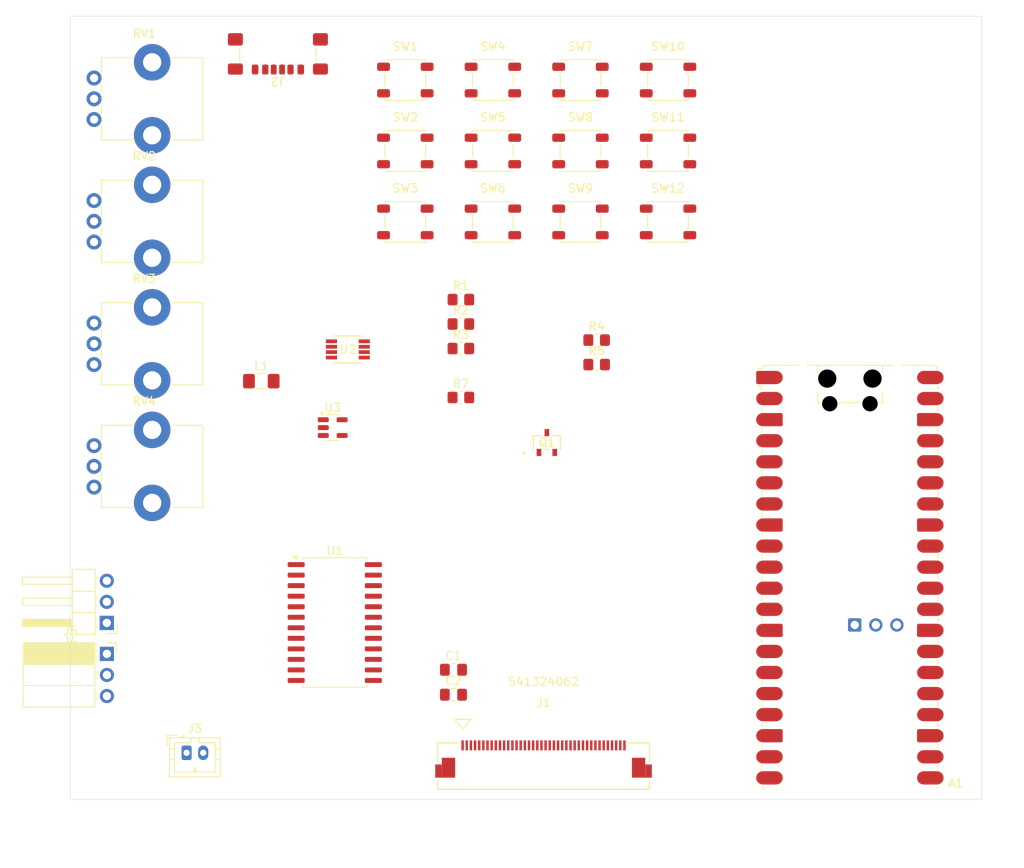
<source format=kicad_pcb>
(kicad_pcb (version 20241229) (generator "pcbnew") (generator_version "9.0")
  (layers (0 "F.Cu" signal) (2 "B.Cu" signal) (13 "F.Paste" user) (15 "B.Paste" user) (5 "F.SilkS" user "F.Silkscreen") (7 "B.SilkS" user "B.Silkscreen") (1 "F.Mask" user) (3 "B.Mask" user) (25 "Edge.Cuts" user))
  (net 0 "")
  (net 1 "Display_D1")
  (net 2 "GND")
  (net 3 "UART0_RX")
  (net 4 "Display_RST")
  (net 5 "Vsys")
  (net 6 "Analog_SW_D1")
  (net 7 "Display_D6")
  (net 8 "KEY_COL_1")
  (net 9 "AGND")
  (net 10 "KEY_ROW_1")
  (net 11 "KEY_ROW_2")
  (net 12 "KEY_COL_3")
  (net 13 "KEY_ROW_3")
  (net 14 "Vbus")
  (net 15 "Display_D3")
  (net 16 "SWIO")
  (net 17 "Backlight_PWM")
  (net 18 "Display_D0")
  (net 19 "Display_D4")
  (net 20 "UART0_TX")
  (net 21 "Display_WR")
  (net 22 "ADC0")
  (net 23 "Net-(A1-GPIO27_ADC1)")
  (net 24 "Display_D5")
  (net 25 "KEY_ROW_4")
  (net 26 "ADC_VREF")
  (net 27 "Display_D2")
  (net 28 "Display_DC")
  (net 29 "BATT_STAT")
  (net 32 "KEY_COL_2")
  (net 33 "Analog_SW_D0")
  (net 34 "+3.3V")
  (net 40 "SWCK")
  (net 41 "Display_D7")
  (net 42 "Net-(Q1-D)")
  (net 47 "Net-(J2-VBUS-PadA9)")
  (net 50 "Net-(U1-I0)")
  (net 51 "Net-(U1-I2)")
  (net 52 "Net-(U1-I1)")
  (net 53 "Net-(U1-I3)")
  (net 54 "Net-(U3-PROG)")
  (net 55 "BATT")
  (footprint "Inductor_SMD:L_1206_3216Metric_Pad1.42x1.75mm_HandSolder" (layer "F.Cu") (at 97 86.6)
    (property "Reference" "L1" (at 0 -1.83 0) (layer "F.SilkS"))
    (property "Value" "74279218")
    (pad "1" smd roundrect (at -1.4875 0) (size 1.425 1.75) (layers "F.Cu" "F.Mask" "F.Paste") (roundrect_rratio 0.175439) (net 47 "Net-(J2-VBUS-PadA9)"))
    (pad "2" smd roundrect (at 1.4875 0) (size 1.425 1.75) (layers "F.Cu" "F.Mask" "F.Paste") (roundrect_rratio 0.175439) (net 14 "Vbus"))
  )
  (footprint "Button_Switch_SMD:SW_SPST_PTS647_Sx38" (layer "F.Cu") (at 146 50.3)
    (property "Reference" "SW10" (at 0 -4.05 0) (layer "F.SilkS"))
    (property "Value" "PTS647SM38SMTR2 LFS")
    (pad "1" smd roundrect (at -2.625 -1.6) (size 1.55 1) (layers "F.Cu" "F.Mask" "F.Paste") (net 12 "KEY_COL_3"))
    (pad "1" smd roundrect (at 2.625 -1.6) (size 1.55 1) (layers "F.Cu" "F.Mask" "F.Paste") (net 12 "KEY_COL_3"))
    (pad "2" smd roundrect (at -2.625 1.6) (size 1.55 1) (layers "F.Cu" "F.Mask" "F.Paste") (net 11 "KEY_ROW_2"))
    (pad "2" smd roundrect (at 2.625 1.6) (size 1.55 1) (layers "F.Cu" "F.Mask" "F.Paste") (net 11 "KEY_ROW_2"))
  )
  (footprint "ptv09:Potentiometer_Bourns_PTV09A-1_Single_Vertical" (layer "F.Cu") (at 76.85 84.6)
    (property "Reference" "RV3" (at 6.05 -10.35 0) (layer "F.SilkS"))
    (property "Value" "PTV09A-4015F-B104‎")
    (pad "1" thru_hole circle (at 0 0) (size 1.8 1.8) (drill 1) (layers "*.Cu" "*.Mask") (net 26 "ADC_VREF"))
    (pad "2" thru_hole circle (at 0 -2.5) (size 1.8 1.8) (drill 1) (layers "*.Cu" "*.Mask") (net 51 "Net-(U1-I2)"))
    (pad "3" thru_hole circle (at 0 -5) (size 1.8 1.8) (drill 1) (layers "*.Cu" "*.Mask") (net 9 "AGND"))
    (pad "MP" thru_hole circle (at 7 -6.9) (size 4.4 4.4) (drill 2.2) (layers "*.Cu" "*.Mask") (net 9 "AGND"))
    (pad "MP" thru_hole circle (at 7 1.9) (size 4.4 4.4) (drill 2.2) (layers "*.Cu" "*.Mask") (net 9 "AGND"))
  )
  (footprint "Button_Switch_SMD:SW_SPST_PTS647_Sx38" (layer "F.Cu") (at 114.35 50.3)
    (property "Reference" "SW1" (at 0 -4.05 0) (layer "F.SilkS"))
    (property "Value" "PTS647SM38SMTR2 LFS")
    (pad "1" smd roundrect (at -2.625 -1.6) (size 1.55 1) (layers "F.Cu" "F.Mask" "F.Paste") (net 8 "KEY_COL_1"))
    (pad "1" smd roundrect (at 2.625 -1.6) (size 1.55 1) (layers "F.Cu" "F.Mask" "F.Paste") (net 8 "KEY_COL_1"))
    (pad "2" smd roundrect (at -2.625 1.6) (size 1.55 1) (layers "F.Cu" "F.Mask" "F.Paste") (net 10 "KEY_ROW_1"))
    (pad "2" smd roundrect (at 2.625 1.6) (size 1.55 1) (layers "F.Cu" "F.Mask" "F.Paste") (net 10 "KEY_ROW_1"))
  )
  (footprint "Connector_PinSocket_2.54mm:PinSocket_1x03_P2.54mm_Horizontal" (layer "F.Cu") (at 78.4 119.475)
    (property "Reference" "J5" (at -4.38 -2.77 0) (layer "F.SilkS"))
    (property "Value" "Pin socket 2.54 1x03")
    (pad "1" thru_hole rect (at 0 0) (size 1.7 1.7) (drill 1) (layers "*.Cu" "*.Mask") (net 20 "UART0_TX"))
    (pad "2" thru_hole circle (at 0 2.54) (size 1.7 1.7) (drill 1) (layers "*.Cu" "*.Mask") (net 2 "GND"))
    (pad "3" thru_hole circle (at 0 5.08) (size 1.7 1.7) (drill 1) (layers "*.Cu" "*.Mask") (net 3 "UART0_RX"))
  )
  (footprint "Resistor_SMD:R_0805_2012Metric_Pad1.20x1.40mm_HandSolder" (layer "F.Cu") (at 121.0425 79.715)
    (property "Reference" "R2" (at 0 -1.65 0) (layer "F.SilkS"))
    (property "Value" "2K")
    (pad "1" smd roundrect (at -1 0) (size 1.2 1.4) (layers "F.Cu" "F.Mask" "F.Paste") (roundrect_rratio 0.208333) (net 2 "GND"))
    (pad "2" smd roundrect (at 1 0) (size 1.2 1.4) (layers "F.Cu" "F.Mask" "F.Paste") (roundrect_rratio 0.208333) (net 54 "Net-(U3-PROG)"))
  )
  (footprint "ptv09:Potentiometer_Bourns_PTV09A-1_Single_Vertical" (layer "F.Cu") (at 76.85 69.83)
    (property "Reference" "RV2" (at 6.05 -10.35 0) (layer "F.SilkS"))
    (property "Value" "PTV09A-4015F-B104‎")
    (pad "1" thru_hole circle (at 0 0) (size 1.8 1.8) (drill 1) (layers "*.Cu" "*.Mask") (net 26 "ADC_VREF"))
    (pad "2" thru_hole circle (at 0 -2.5) (size 1.8 1.8) (drill 1) (layers "*.Cu" "*.Mask") (net 52 "Net-(U1-I1)"))
    (pad "3" thru_hole circle (at 0 -5) (size 1.8 1.8) (drill 1) (layers "*.Cu" "*.Mask") (net 9 "AGND"))
    (pad "MP" thru_hole circle (at 7 -6.9) (size 4.4 4.4) (drill 2.2) (layers "*.Cu" "*.Mask") (net 9 "AGND"))
    (pad "MP" thru_hole circle (at 7 1.9) (size 4.4 4.4) (drill 2.2) (layers "*.Cu" "*.Mask") (net 9 "AGND"))
  )
  (footprint "Capacitor_SMD:C_0805_2012Metric_Pad1.18x1.45mm_HandSolder" (layer "F.Cu") (at 120.15 121.385)
    (property "Reference" "C1" (at 0 -1.68 0) (layer "F.SilkS"))
    (property "Value" "10u")
    (pad "1" smd roundrect (at -1.0375 0) (size 1.175 1.45) (layers "F.Cu" "F.Mask" "F.Paste") (roundrect_rratio 0.212766) (net 14 "Vbus"))
    (pad "2" smd roundrect (at 1.0375 0) (size 1.175 1.45) (layers "F.Cu" "F.Mask" "F.Paste") (roundrect_rratio 0.212766) (net 2 "GND"))
  )
  (footprint "Connector_PinHeader_2.54mm:PinHeader_1x03_P2.54mm_Horizontal" (layer "F.Cu") (at 78.385 115.74 180)
    (property "Reference" "J4" (at 4.385 -2.27 0) (layer "F.SilkS"))
    (property "Value" "Pin header 2.54 1x03")
    (pad "1" thru_hole rect (at 0 0 180) (size 1.7 1.7) (drill 1) (layers "*.Cu" "*.Mask") (net 40 "SWCK"))
    (pad "2" thru_hole circle (at 0 2.54 180) (size 1.7 1.7) (drill 1) (layers "*.Cu" "*.Mask") (net 2 "GND"))
    (pad "3" thru_hole circle (at 0 5.08 180) (size 1.7 1.7) (drill 1) (layers "*.Cu" "*.Mask") (net 16 "SWIO"))
  )
  (footprint "Button_Switch_SMD:SW_SPST_PTS647_Sx38" (layer "F.Cu") (at 135.45 67.4)
    (property "Reference" "SW9" (at 0 -4.05 0) (layer "F.SilkS"))
    (property "Value" "PTS647SM38SMTR2 LFS")
    (pad "1" smd roundrect (at -2.625 -1.6) (size 1.55 1) (layers "F.Cu" "F.Mask" "F.Paste") (net 12 "KEY_COL_3"))
    (pad "1" smd roundrect (at 2.625 -1.6) (size 1.55 1) (layers "F.Cu" "F.Mask" "F.Paste") (net 12 "KEY_COL_3"))
    (pad "2" smd roundrect (at -2.625 1.6) (size 1.55 1) (layers "F.Cu" "F.Mask" "F.Paste") (net 10 "KEY_ROW_1"))
    (pad "2" smd roundrect (at 2.625 1.6) (size 1.55 1) (layers "F.Cu" "F.Mask" "F.Paste") (net 10 "KEY_ROW_1"))
  )
  (footprint "ptv09:Potentiometer_Bourns_PTV09A-1_Single_Vertical" (layer "F.Cu") (at 76.85 99.37)
    (property "Reference" "RV4" (at 6.05 -10.35 0) (layer "F.SilkS"))
    (property "Value" "PTV09A-4015F-B104‎")
    (pad "1" thru_hole circle (at 0 0) (size 1.8 1.8) (drill 1) (layers "*.Cu" "*.Mask") (net 26 "ADC_VREF"))
    (pad "2" thru_hole circle (at 0 -2.5) (size 1.8 1.8) (drill 1) (layers "*.Cu" "*.Mask") (net 53 "Net-(U1-I3)"))
    (pad "3" thru_hole circle (at 0 -5) (size 1.8 1.8) (drill 1) (layers "*.Cu" "*.Mask") (net 9 "AGND"))
    (pad "MP" thru_hole circle (at 7 -6.9) (size 4.4 4.4) (drill 2.2) (layers "*.Cu" "*.Mask") (net 9 "AGND"))
    (pad "MP" thru_hole circle (at 7 1.9) (size 4.4 4.4) (drill 2.2) (layers "*.Cu" "*.Mask") (net 9 "AGND"))
  )
  (footprint "Package_SO:SOIC-24W_7.5x15.4mm_P1.27mm" (layer "F.Cu") (at 105.85 115.695)
    (property "Reference" "U1" (at 0 -8.65 0) (layer "F.SilkS"))
    (property "Value" "CD74HC4067M96")
    (pad "1" smd roundrect (at -4.65 -6.985) (size 2.05 0.6) (layers "F.Cu" "F.Mask" "F.Paste") (net 22 "ADC0"))
    (pad "2" smd roundrect (at -4.65 -5.715) (size 2.05 0.6) (layers "F.Cu" "F.Mask" "F.Paste") (net 2 "GND"))
    (pad "3" smd roundrect (at -4.65 -4.445) (size 2.05 0.6) (layers "F.Cu" "F.Mask" "F.Paste") (net 2 "GND"))
    (pad "4" smd roundrect (at -4.65 -3.175) (size 2.05 0.6) (layers "F.Cu" "F.Mask" "F.Paste") (net 2 "GND"))
    (pad "5" smd roundrect (at -4.65 -1.905) (size 2.05 0.6) (layers "F.Cu" "F.Mask" "F.Paste") (net 2 "GND"))
    (pad "6" smd roundrect (at -4.65 -0.635) (size 2.05 0.6) (layers "F.Cu" "F.Mask" "F.Paste") (net 53 "Net-(U1-I3)"))
    (pad "7" smd roundrect (at -4.65 0.635) (size 2.05 0.6) (layers "F.Cu" "F.Mask" "F.Paste") (net 51 "Net-(U1-I2)"))
    (pad "8" smd roundrect (at -4.65 1.905) (size 2.05 0.6) (layers "F.Cu" "F.Mask" "F.Paste") (net 52 "Net-(U1-I1)"))
    (pad "9" smd roundrect (at -4.65 3.175) (size 2.05 0.6) (layers "F.Cu" "F.Mask" "F.Paste") (net 50 "Net-(U1-I0)"))
    (pad "10" smd roundrect (at -4.65 4.445) (size 2.05 0.6) (layers "F.Cu" "F.Mask" "F.Paste") (net 33 "Analog_SW_D0"))
    (pad "11" smd roundrect (at -4.65 5.715) (size 2.05 0.6) (layers "F.Cu" "F.Mask" "F.Paste") (net 6 "Analog_SW_D1"))
    (pad "12" smd roundrect (at -4.65 6.985) (size 2.05 0.6) (layers "F.Cu" "F.Mask" "F.Paste") (net 2 "GND"))
    (pad "13" smd roundrect (at 4.65 6.985) (size 2.05 0.6) (layers "F.Cu" "F.Mask" "F.Paste") (net 2 "GND"))
    (pad "14" smd roundrect (at 4.65 5.715) (size 2.05 0.6) (layers "F.Cu" "F.Mask" "F.Paste") (net 2 "GND"))
    (pad "15" smd roundrect (at 4.65 4.445) (size 2.05 0.6) (layers "F.Cu" "F.Mask" "F.Paste") (net 2 "GND"))
    (pad "16" smd roundrect (at 4.65 3.175) (size 2.05 0.6) (layers "F.Cu" "F.Mask" "F.Paste") (net 2 "GND"))
    (pad "17" smd roundrect (at 4.65 1.905) (size 2.05 0.6) (layers "F.Cu" "F.Mask" "F.Paste") (net 2 "GND"))
    (pad "18" smd roundrect (at 4.65 0.635) (size 2.05 0.6) (layers "F.Cu" "F.Mask" "F.Paste") (net 2 "GND"))
    (pad "19" smd roundrect (at 4.65 -0.635) (size 2.05 0.6) (layers "F.Cu" "F.Mask" "F.Paste") (net 2 "GND"))
    (pad "20" smd roundrect (at 4.65 -1.905) (size 2.05 0.6) (layers "F.Cu" "F.Mask" "F.Paste") (net 2 "GND"))
    (pad "21" smd roundrect (at 4.65 -3.175) (size 2.05 0.6) (layers "F.Cu" "F.Mask" "F.Paste") (net 2 "GND"))
    (pad "22" smd roundrect (at 4.65 -4.445) (size 2.05 0.6) (layers "F.Cu" "F.Mask" "F.Paste") (net 2 "GND"))
    (pad "23" smd roundrect (at 4.65 -5.715) (size 2.05 0.6) (layers "F.Cu" "F.Mask" "F.Paste") (net 2 "GND"))
    (pad "24" smd roundrect (at 4.65 -6.985) (size 2.05 0.6) (layers "F.Cu" "F.Mask" "F.Paste") (net 34 "+3.3V"))
  )
  (footprint "Button_Switch_SMD:SW_SPST_PTS647_Sx38" (layer "F.Cu") (at 124.9 58.85)
    (property "Reference" "SW5" (at 0 -4.05 0) (layer "F.SilkS"))
    (property "Value" "PTS647SM38SMTR2 LFS")
    (pad "1" smd roundrect (at -2.625 -1.6) (size 1.55 1) (layers "F.Cu" "F.Mask" "F.Paste") (net 32 "KEY_COL_2"))
    (pad "1" smd roundrect (at 2.625 -1.6) (size 1.55 1) (layers "F.Cu" "F.Mask" "F.Paste") (net 32 "KEY_COL_2"))
    (pad "2" smd roundrect (at -2.625 1.6) (size 1.55 1) (layers "F.Cu" "F.Mask" "F.Paste") (net 10 "KEY_ROW_1"))
    (pad "2" smd roundrect (at 2.625 1.6) (size 1.55 1) (layers "F.Cu" "F.Mask" "F.Paste") (net 10 "KEY_ROW_1"))
  )
  (footprint "ptv09:Potentiometer_Bourns_PTV09A-1_Single_Vertical" (layer "F.Cu") (at 76.85 55.06)
    (property "Reference" "RV1" (at 6.05 -10.35 0) (layer "F.SilkS"))
    (property "Value" "PTV09A-4015F-B104‎")
    (pad "1" thru_hole circle (at 0 0) (size 1.8 1.8) (drill 1) (layers "*.Cu" "*.Mask") (net 26 "ADC_VREF"))
    (pad "2" thru_hole circle (at 0 -2.5) (size 1.8 1.8) (drill 1) (layers "*.Cu" "*.Mask") (net 50 "Net-(U1-I0)"))
    (pad "3" thru_hole circle (at 0 -5) (size 1.8 1.8) (drill 1) (layers "*.Cu" "*.Mask") (net 9 "AGND"))
    (pad "MP" thru_hole circle (at 7 -6.9) (size 4.4 4.4) (drill 2.2) (layers "*.Cu" "*.Mask") (net 9 "AGND"))
    (pad "MP" thru_hole circle (at 7 1.9) (size 4.4 4.4) (drill 2.2) (layers "*.Cu" "*.Mask") (net 9 "AGND"))
  )
  (footprint "Button_Switch_SMD:SW_SPST_PTS647_Sx38" (layer "F.Cu") (at 135.45 58.85)
    (property "Reference" "SW8" (at 0 -4.05 0) (layer "F.SilkS"))
    (property "Value" "PTS647SM38SMTR2 LFS")
    (pad "1" smd roundrect (at -2.625 -1.6) (size 1.55 1) (layers "F.Cu" "F.Mask" "F.Paste") (net 32 "KEY_COL_2"))
    (pad "1" smd roundrect (at 2.625 -1.6) (size 1.55 1) (layers "F.Cu" "F.Mask" "F.Paste") (net 32 "KEY_COL_2"))
    (pad "2" smd roundrect (at -2.625 1.6) (size 1.55 1) (layers "F.Cu" "F.Mask" "F.Paste") (net 25 "KEY_ROW_4"))
    (pad "2" smd roundrect (at 2.625 1.6) (size 1.55 1) (layers "F.Cu" "F.Mask" "F.Paste") (net 25 "KEY_ROW_4"))
  )
  (footprint "Connector_JST:JST_PH_B2B-PH-K_1x02_P2.00mm_Vertical" (layer "F.Cu") (at 88 131.4)
    (property "Reference" "J3" (at 1 -2.9 0) (layer "F.SilkS"))
    (property "Value" "B2B-PH-K-S")
    (pad "1" thru_hole roundrect (at 0 0) (size 1.2 1.75) (drill 0.75) (layers "*.Cu" "*.Mask") (roundrect_rratio 0.208333) (net 55 "BATT"))
    (pad "2" thru_hole oval (at 2 0) (size 1.2 1.75) (drill 0.75) (layers "*.Cu" "*.Mask") (net 2 "GND"))
  )
  (footprint "ZXM64P03XTA:SOIC8_ZXM64P03X_DIO" (layer "F.Cu") (at 107.425 82.774999)
    (property "Reference" "U2" (at 0 0 0) (layer "F.SilkS"))
    (property "Value" "ZXM64P03XTA")
    (pad "1" smd rect (at -1.975 -0.974999) (size 1.3462 0.4572) (layers "F.Cu" "F.Mask" "F.Paste") (net 55 "BATT"))
    (pad "2" smd rect (at -1.975 -0.325001) (size 1.3462 0.4572) (layers "F.Cu" "F.Mask" "F.Paste") (net 55 "BATT"))
    (pad "3" smd rect (at -1.975 0.325001) (size 1.3462 0.4572) (layers "F.Cu" "F.Mask" "F.Paste") (net 55 "BATT"))
    (pad "4" smd rect (at -1.975 0.974999) (size 1.3462 0.4572) (layers "F.Cu" "F.Mask" "F.Paste") (net 14 "Vbus"))
    (pad "5" smd rect (at 1.975 0.974999) (size 1.3462 0.4572) (layers "F.Cu" "F.Mask" "F.Paste") (net 5 "Vsys"))
    (pad "6" smd rect (at 1.975 0.325001) (size 1.3462 0.4572) (layers "F.Cu" "F.Mask" "F.Paste") (net 5 "Vsys"))
    (pad "7" smd rect (at 1.975 -0.325001) (size 1.3462 0.4572) (layers "F.Cu" "F.Mask" "F.Paste") (net 5 "Vsys"))
    (pad "8" smd rect (at 1.975 -0.974999) (size 1.3462 0.4572) (layers "F.Cu" "F.Mask" "F.Paste") (net 5 "Vsys"))
  )
  (footprint "Package_TO_SOT_SMD:SOT-23-5" (layer "F.Cu") (at 105.6 92.2)
    (property "Reference" "U3" (at 0 -2.4 0) (layer "F.SilkS"))
    (property "Value" "MCP73831T-2ACI/OT")
    (pad "1" smd roundrect (at -1.1375 -0.95) (size 1.325 0.6) (layers "F.Cu" "F.Mask" "F.Paste") (net 29 "BATT_STAT"))
    (pad "2" smd roundrect (at -1.1375 0) (size 1.325 0.6) (layers "F.Cu" "F.Mask" "F.Paste") (net 2 "GND"))
    (pad "3" smd roundrect (at -1.1375 0.95) (size 1.325 0.6) (layers "F.Cu" "F.Mask" "F.Paste") (net 55 "BATT"))
    (pad "4" smd roundrect (at 1.1375 0.95) (size 1.325 0.6) (layers "F.Cu" "F.Mask" "F.Paste") (net 14 "Vbus"))
    (pad "5" smd roundrect (at 1.1375 -0.95) (size 1.325 0.6) (layers "F.Cu" "F.Mask" "F.Paste") (net 54 "Net-(U3-PROG)"))
  )
  (footprint "Button_Switch_SMD:SW_SPST_PTS647_Sx38" (layer "F.Cu") (at 124.9 50.3)
    (property "Reference" "SW4" (at 0 -4.05 0) (layer "F.SilkS"))
    (property "Value" "PTS647SM38SMTR2 LFS")
    (pad "1" smd roundrect (at -2.625 -1.6) (size 1.55 1) (layers "F.Cu" "F.Mask" "F.Paste") (net 8 "KEY_COL_1"))
    (pad "1" smd roundrect (at 2.625 -1.6) (size 1.55 1) (layers "F.Cu" "F.Mask" "F.Paste") (net 8 "KEY_COL_1"))
    (pad "2" smd roundrect (at -2.625 1.6) (size 1.55 1) (layers "F.Cu" "F.Mask" "F.Paste") (net 25 "KEY_ROW_4"))
    (pad "2" smd roundrect (at 2.625 1.6) (size 1.55 1) (layers "F.Cu" "F.Mask" "F.Paste") (net 25 "KEY_ROW_4"))
  )
  (footprint "Capacitor_SMD:C_0805_2012Metric_Pad1.18x1.45mm_HandSolder" (layer "F.Cu") (at 120.15 124.395)
    (property "Reference" "C2" (at 0 -1.68 0) (layer "F.SilkS"))
    (property "Value" "10u")
    (pad "1" smd roundrect (at -1.0375 0) (size 1.175 1.45) (layers "F.Cu" "F.Mask" "F.Paste") (roundrect_rratio 0.212766) (net 55 "BATT"))
    (pad "2" smd roundrect (at 1.0375 0) (size 1.175 1.45) (layers "F.Cu" "F.Mask" "F.Paste") (roundrect_rratio 0.212766) (net 2 "GND"))
  )
  (footprint "Button_Switch_SMD:SW_SPST_PTS647_Sx38" (layer "F.Cu") (at 135.45 50.3)
    (property "Reference" "SW7" (at 0 -4.05 0) (layer "F.SilkS"))
    (property "Value" "PTS647SM38SMTR2 LFS")
    (pad "1" smd roundrect (at -2.625 -1.6) (size 1.55 1) (layers "F.Cu" "F.Mask" "F.Paste") (net 32 "KEY_COL_2"))
    (pad "1" smd roundrect (at 2.625 -1.6) (size 1.55 1) (layers "F.Cu" "F.Mask" "F.Paste") (net 32 "KEY_COL_2"))
    (pad "2" smd roundrect (at -2.625 1.6) (size 1.55 1) (layers "F.Cu" "F.Mask" "F.Paste") (net 13 "KEY_ROW_3"))
    (pad "2" smd roundrect (at 2.625 1.6) (size 1.55 1) (layers "F.Cu" "F.Mask" "F.Paste") (net 13 "KEY_ROW_3"))
  )
  (footprint "Resistor_SMD:R_0805_2012Metric_Pad1.20x1.40mm_HandSolder" (layer "F.Cu") (at 121.0425 82.665)
    (property "Reference" "R3" (at 0 -1.65 0) (layer "F.SilkS"))
    (property "Value" "10K")
    (pad "1" smd roundrect (at -1 0) (size 1.2 1.4) (layers "F.Cu" "F.Mask" "F.Paste") (roundrect_rratio 0.208333) (net 17 "Backlight_PWM"))
    (pad "2" smd roundrect (at 1 0) (size 1.2 1.4) (layers "F.Cu" "F.Mask" "F.Paste") (roundrect_rratio 0.208333) (net 2 "GND"))
  )
  (footprint "Button_Switch_SMD:SW_SPST_PTS647_Sx38" (layer "F.Cu") (at 146 58.85)
    (property "Reference" "SW11" (at 0 -4.05 0) (layer "F.SilkS"))
    (property "Value" "PTS647SM38SMTR2 LFS")
    (pad "1" smd roundrect (at -2.625 -1.6) (size 1.55 1) (layers "F.Cu" "F.Mask" "F.Paste") (net 12 "KEY_COL_3"))
    (pad "1" smd roundrect (at 2.625 -1.6) (size 1.55 1) (layers "F.Cu" "F.Mask" "F.Paste") (net 12 "KEY_COL_3"))
    (pad "2" smd roundrect (at -2.625 1.6) (size 1.55 1) (layers "F.Cu" "F.Mask" "F.Paste") (net 13 "KEY_ROW_3"))
    (pad "2" smd roundrect (at 2.625 1.6) (size 1.55 1) (layers "F.Cu" "F.Mask" "F.Paste") (net 13 "KEY_ROW_3"))
  )
  (footprint "Button_Switch_SMD:SW_SPST_PTS647_Sx38" (layer "F.Cu") (at 124.9 67.4)
    (property "Reference" "SW6" (at 0 -4.05 0) (layer "F.SilkS"))
    (property "Value" "PTS647SM38SMTR2 LFS")
    (pad "1" smd roundrect (at -2.625 -1.6) (size 1.55 1) (layers "F.Cu" "F.Mask" "F.Paste") (net 32 "KEY_COL_2"))
    (pad "1" smd roundrect (at 2.625 -1.6) (size 1.55 1) (layers "F.Cu" "F.Mask" "F.Paste") (net 32 "KEY_COL_2"))
    (pad "2" smd roundrect (at -2.625 1.6) (size 1.55 1) (layers "F.Cu" "F.Mask" "F.Paste") (net 11 "KEY_ROW_2"))
    (pad "2" smd roundrect (at 2.625 1.6) (size 1.55 1) (layers "F.Cu" "F.Mask" "F.Paste") (net 11 "KEY_ROW_2"))
  )
  (footprint "Resistor_SMD:R_0805_2012Metric_Pad1.20x1.40mm_HandSolder" (layer "F.Cu") (at 121.0425 76.765)
    (property "Reference" "R1" (at 0 -1.65 0) (layer "F.SilkS"))
    (property "Value" "10K")
    (pad "1" smd roundrect (at -1 0) (size 1.2 1.4) (layers "F.Cu" "F.Mask" "F.Paste") (roundrect_rratio 0.208333) (net 2 "GND"))
    (pad "2" smd roundrect (at 1 0) (size 1.2 1.4) (layers "F.Cu" "F.Mask" "F.Paste") (roundrect_rratio 0.208333) (net 14 "Vbus"))
  )
  (footprint "Resistor_SMD:R_0805_2012Metric_Pad1.20x1.40mm_HandSolder" (layer "F.Cu") (at 121.0425 88.565)
    (property "Reference" "R7" (at 0 -1.65 0) (layer "F.SilkS"))
    (property "Value" "0R")
    (pad "1" smd roundrect (at -1 0) (size 1.2 1.4) (layers "F.Cu" "F.Mask" "F.Paste") (roundrect_rratio 0.208333) (net 42 "Net-(Q1-D)"))
    (pad "2" smd roundrect (at 1 0) (size 1.2 1.4) (layers "F.Cu" "F.Mask" "F.Paste") (roundrect_rratio 0.208333) (net 2 "GND"))
  )
  (footprint "WM3436CT-ND‎:CON_541324062_MOL" (layer "F.Cu") (at 131 133)
    (property "Reference" "J1" (at 0 -7.62 0) (layer "F.SilkS"))
    (property "Value" "0541324062")
    (fp_poly (pts (xy -13.05 1.4016) (xy -13.05 -0.1984) (xy -12.25 -0.1984) (xy -12.25 1.4016)) (fill yes) (layer "F.Cu"))
    (fp_poly (pts (xy 13.05 1.4016) (xy 13.05 -0.1984) (xy 12.25 -0.1984) (xy 12.25 1.4016)) (fill yes) (layer "F.Cu"))
    (fp_text user "541324062" (at 0 -10.16 0) (layer "F.SilkS"))
    (pad "1" smd rect (at -9.74998 -2.497993) (size 0.3 1.2) (layers "F.Cu" "F.Mask" "F.Paste") (net 2 "GND"))
    (pad "2" smd rect (at -9.249982 -2.497993) (size 0.3 1.2) (layers "F.Cu" "F.Mask" "F.Paste"))
    (pad "3" smd rect (at -8.74998 -2.497993) (size 0.3 1.2) (layers "F.Cu" "F.Mask" "F.Paste"))
    (pad "4" smd rect (at -8.249981 -2.497993) (size 0.3 1.2) (layers "F.Cu" "F.Mask" "F.Paste"))
    (pad "5" smd rect (at -7.749982 -2.497993) (size 0.3 1.2) (layers "F.Cu" "F.Mask" "F.Paste"))
    (pad "6" smd rect (at -7.24998 -2.497993) (size 0.3 1.2) (layers "F.Cu" "F.Mask" "F.Paste") (net 2 "GND"))
    (pad "7" smd rect (at -6.749981 -2.497993) (size 0.3 1.2) (layers "F.Cu" "F.Mask" "F.Paste") (net 34 "+3.3V"))
    (pad "8" smd rect (at -6.24998 -2.497993) (size 0.3 1.2) (layers "F.Cu" "F.Mask" "F.Paste") (net 34 "+3.3V"))
    (pad "9" smd rect (at -5.749981 -2.497993) (size 0.3 1.2) (layers "F.Cu" "F.Mask" "F.Paste") (net 2 "GND"))
    (pad "10" smd rect (at -5.249982 -2.497993) (size 0.3 1.2) (layers "F.Cu" "F.Mask" "F.Paste") (net 2 "GND"))
    (pad "11" smd rect (at -4.74998 -2.497993) (size 0.3 1.2) (layers "F.Cu" "F.Mask" "F.Paste") (net 28 "Display_DC"))
    (pad "12" smd rect (at -4.249981 -2.497993) (size 0.3 1.2) (layers "F.Cu" "F.Mask" "F.Paste") (net 21 "Display_WR"))
    (pad "13" smd rect (at -3.74998 -2.497993) (size 0.3 1.2) (layers "F.Cu" "F.Mask" "F.Paste") (net 34 "+3.3V"))
    (pad "14" smd rect (at -3.249981 -2.497993) (size 0.3 1.2) (layers "F.Cu" "F.Mask" "F.Paste") (net 2 "GND"))
    (pad "15" smd rect (at -2.749982 -2.497993) (size 0.3 1.2) (layers "F.Cu" "F.Mask" "F.Paste") (net 2 "GND"))
    (pad "16" smd rect (at -2.24998 -2.497993) (size 0.3 1.2) (layers "F.Cu" "F.Mask" "F.Paste") (net 2 "GND"))
    (pad "17" smd rect (at -1.749981 -2.497993) (size 0.3 1.2) (layers "F.Cu" "F.Mask" "F.Paste") (net 2 "GND"))
    (pad "18" smd rect (at -1.24998 -2.497993) (size 0.3 1.2) (layers "F.Cu" "F.Mask" "F.Paste") (net 2 "GND"))
    (pad "19" smd rect (at -0.749981 -2.497993) (size 0.3 1.2) (layers "F.Cu" "F.Mask" "F.Paste") (net 2 "GND"))
    (pad "20" smd rect (at -0.249982 -2.497993) (size 0.3 1.2) (layers "F.Cu" "F.Mask" "F.Paste") (net 2 "GND"))
    (pad "21" smd rect (at 0.25002 -2.497993) (size 0.3 1.2) (layers "F.Cu" "F.Mask" "F.Paste") (net 2 "GND"))
    (pad "22" smd rect (at 0.750019 -2.497993) (size 0.3 1.2) (layers "F.Cu" "F.Mask" "F.Paste") (net 18 "Display_D0"))
    (pad "23" smd rect (at 1.25002 -2.497993) (size 0.3 1.2) (layers "F.Cu" "F.Mask" "F.Paste") (net 1 "Display_D1"))
    (pad "24" smd rect (at 1.750019 -2.497993) (size 0.3 1.2) (layers "F.Cu" "F.Mask" "F.Paste") (net 27 "Display_D2"))
    (pad "25" smd rect (at 2.250018 -2.497993) (size 0.3 1.2) (layers "F.Cu" "F.Mask" "F.Paste") (net 15 "Display_D3"))
    (pad "26" smd rect (at 2.75002 -2.497993) (size 0.3 1.2) (layers "F.Cu" "F.Mask" "F.Paste") (net 19 "Display_D4"))
    (pad "27" smd rect (at 3.250019 -2.497993) (size 0.3 1.2) (layers "F.Cu" "F.Mask" "F.Paste") (net 24 "Display_D5"))
    (pad "28" smd rect (at 3.75002 -2.497993) (size 0.3 1.2) (layers "F.Cu" "F.Mask" "F.Paste") (net 7 "Display_D6"))
    (pad "29" smd rect (at 4.250019 -2.497993) (size 0.3 1.2) (layers "F.Cu" "F.Mask" "F.Paste") (net 41 "Display_D7"))
    (pad "30" smd rect (at 4.750018 -2.497993) (size 0.3 1.2) (layers "F.Cu" "F.Mask" "F.Paste") (net 4 "Display_RST"))
    (pad "31" smd rect (at 5.25002 -2.497993) (size 0.3 1.2) (layers "F.Cu" "F.Mask" "F.Paste") (net 34 "+3.3V"))
    (pad "32" smd rect (at 5.750019 -2.497993) (size 0.3 1.2) (layers "F.Cu" "F.Mask" "F.Paste") (net 2 "GND"))
    (pad "33" smd rect (at 6.250021 -2.497993) (size 0.3 1.2) (layers "F.Cu" "F.Mask" "F.Paste") (net 2 "GND"))
    (pad "34" smd rect (at 6.75002 -2.497993) (size 0.3 1.2) (layers "F.Cu" "F.Mask" "F.Paste") (net 42 "Net-(Q1-D)"))
    (pad "35" smd rect (at 7.250019 -2.497993) (size 0.3 1.2) (layers "F.Cu" "F.Mask" "F.Paste") (net 42 "Net-(Q1-D)"))
    (pad "36" smd rect (at 7.75002 -2.497993) (size 0.3 1.2) (layers "F.Cu" "F.Mask" "F.Paste") (net 42 "Net-(Q1-D)"))
    (pad "37" smd rect (at 8.250019 -2.497993) (size 0.3 1.2) (layers "F.Cu" "F.Mask" "F.Paste") (net 42 "Net-(Q1-D)"))
    (pad "38" smd rect (at 8.750018 -2.497993) (size 0.3 1.2) (layers "F.Cu" "F.Mask" "F.Paste") (net 34 "+3.3V"))
    (pad "39" smd rect (at 9.25002 -2.497993) (size 0.3 1.2) (layers "F.Cu" "F.Mask" "F.Paste") (net 2 "GND"))
    (pad "40" smd rect (at 9.750019 -2.497993) (size 0.3 1.2) (layers "F.Cu" "F.Mask" "F.Paste"))
    (pad "P1" smd rect (at -11.449981 0.2016) (size 1.6 2.4) (layers "F.Cu" "F.Mask" "F.Paste") (net 2 "GND"))
    (pad "P2" smd rect (at 11.449981 0.2016) (size 1.6 2.4) (layers "F.Cu" "F.Mask" "F.Paste") (net 2 "GND"))
  )
  (footprint "Resistor_SMD:R_0805_2012Metric_Pad1.20x1.40mm_HandSolder" (layer "F.Cu") (at 137.4 81.65)
    (property "Reference" "R4" (at 0 -1.65 0) (layer "F.SilkS"))
    (property "Value" "10K")
    (pad "1" smd roundrect (at -1 0) (size 1.2 1.4) (layers "F.Cu" "F.Mask" "F.Paste") (roundrect_rratio 0.208333) (net 23 "Net-(A1-GPIO27_ADC1)"))
    (pad "2" smd roundrect (at 1 0) (size 1.2 1.4) (layers "F.Cu" "F.Mask" "F.Paste") (roundrect_rratio 0.208333) (net 55 "BATT"))
  )
  (footprint "Button_Switch_SMD:SW_SPST_PTS647_Sx38" (layer "F.Cu") (at 146 67.4)
    (property "Reference" "SW12" (at 0 -4.05 0) (layer "F.SilkS"))
    (property "Value" "PTS647SM38SMTR2 LFS")
    (pad "1" smd roundrect (at -2.625 -1.6) (size 1.55 1) (layers "F.Cu" "F.Mask" "F.Paste") (net 12 "KEY_COL_3"))
    (pad "1" smd roundrect (at 2.625 -1.6) (size 1.55 1) (layers "F.Cu" "F.Mask" "F.Paste") (net 12 "KEY_COL_3"))
    (pad "2" smd roundrect (at -2.625 1.6) (size 1.55 1) (layers "F.Cu" "F.Mask" "F.Paste") (net 25 "KEY_ROW_4"))
    (pad "2" smd roundrect (at 2.625 1.6) (size 1.55 1) (layers "F.Cu" "F.Mask" "F.Paste") (net 25 "KEY_ROW_4"))
  )
  (footprint "Connector_USB:USB_C_Receptacle_GCT_USB4135-GF-A_6P_TopMnt_Horizontal" (layer "F.Cu") (at 99 46 180)
    (property "Reference" "J2" (at 0 -4.5 180) (layer "F.SilkS"))
    (property "Value" "USB4135-GF-A")
    (pad "A5" smd roundrect (at -0.5 -3.0325 180) (size 0.7 1.2) (layers "F.Cu" "F.Mask" "F.Paste"))
    (pad "A9" smd roundrect (at 1.52 -3.0325) (size 0.76 1.2) (layers "F.Cu" "F.Mask" "F.Paste") (net 47 "Net-(J2-VBUS-PadA9)"))
    (pad "A12" smd roundrect (at 2.75 -3.0325) (size 0.8 1.2) (layers "F.Cu" "F.Mask" "F.Paste") (net 2 "GND"))
    (pad "B5" smd roundrect (at 0.5 -3.0325) (size 0.7 1.2) (layers "F.Cu" "F.Mask" "F.Paste"))
    (pad "B9" smd roundrect (at -1.52 -3.0325 180) (size 0.76 1.2) (layers "F.Cu" "F.Mask" "F.Paste") (net 47 "Net-(J2-VBUS-PadA9)"))
    (pad "B12" smd roundrect (at -2.75 -3.0325 180) (size 0.8 1.2) (layers "F.Cu" "F.Mask" "F.Paste") (net 2 "GND"))
    (pad "S1" smd roundrect (at -5.125 -2.9775 180) (size 1.8 1.35) (layers "F.Cu" "F.Mask" "F.Paste") (roundrect_rratio 0.1851851852))
    (pad "S1" smd roundrect (at -5.125 0.6025 180) (size 1.8 1.5) (layers "F.Cu" "F.Mask" "F.Paste") (roundrect_rratio 0.1666666667))
    (pad "S1" smd roundrect (at 5.125 -2.9775 180) (size 1.8 1.35) (layers "F.Cu" "F.Mask" "F.Paste") (roundrect_rratio 0.1851851852))
    (pad "S1" smd roundrect (at 5.125 0.6025 180) (size 1.8 1.5) (layers "F.Cu" "F.Mask" "F.Paste") (roundrect_rratio 0.1666666667))
  )
  (footprint "Button_Switch_SMD:SW_SPST_PTS647_Sx38" (layer "F.Cu") (at 114.35 67.4)
    (property "Reference" "SW3" (at 0 -4.05 0) (layer "F.SilkS"))
    (property "Value" "PTS647SM38SMTR2 LFS")
    (pad "1" smd roundrect (at -2.625 -1.6) (size 1.55 1) (layers "F.Cu" "F.Mask" "F.Paste") (net 8 "KEY_COL_1"))
    (pad "1" smd roundrect (at 2.625 -1.6) (size 1.55 1) (layers "F.Cu" "F.Mask" "F.Paste") (net 8 "KEY_COL_1"))
    (pad "2" smd roundrect (at -2.625 1.6) (size 1.55 1) (layers "F.Cu" "F.Mask" "F.Paste") (net 13 "KEY_ROW_3"))
    (pad "2" smd roundrect (at 2.625 1.6) (size 1.55 1) (layers "F.Cu" "F.Mask" "F.Paste") (net 13 "KEY_ROW_3"))
  )
  (footprint "BSS670S2L:PG-SOT23-3-5_INF" (layer "F.Cu") (at 131.4 94)
    (property "Reference" "Q1" (at 0 0 0) (layer "F.SilkS"))
    (property "Value" "BSS670S2LH6327XTSA1")
    (pad "1" smd rect (at -0.950001 1.1938) (size 0.5588 0.8636) (layers "F.Cu" "F.Mask" "F.Paste") (net 17 "Backlight_PWM"))
    (pad "2" smd rect (at 0.950001 1.1938) (size 0.5588 0.8636) (layers "F.Cu" "F.Mask" "F.Paste") (net 2 "GND"))
    (pad "3" smd rect (at 0 -1.1938) (size 0.5588 0.8636) (layers "F.Cu" "F.Mask" "F.Paste") (net 42 "Net-(Q1-D)"))
  )
  (footprint "Button_Switch_SMD:SW_SPST_PTS647_Sx38" (layer "F.Cu") (at 114.35 58.85)
    (property "Reference" "SW2" (at 0 -4.05 0) (layer "F.SilkS"))
    (property "Value" "PTS647SM38SMTR2 LFS")
    (pad "1" smd roundrect (at -2.625 -1.6) (size 1.55 1) (layers "F.Cu" "F.Mask" "F.Paste") (net 8 "KEY_COL_1"))
    (pad "1" smd roundrect (at 2.625 -1.6) (size 1.55 1) (layers "F.Cu" "F.Mask" "F.Paste") (net 8 "KEY_COL_1"))
    (pad "2" smd roundrect (at -2.625 1.6) (size 1.55 1) (layers "F.Cu" "F.Mask" "F.Paste") (net 11 "KEY_ROW_2"))
    (pad "2" smd roundrect (at 2.625 1.6) (size 1.55 1) (layers "F.Cu" "F.Mask" "F.Paste") (net 11 "KEY_ROW_2"))
  )
  (footprint "Module:RaspberryPi_Pico_W_SMD_HandSolder" (layer "F.Cu") (at 167.91 110.29)
    (property "Reference" "A1" (at 11.7475 24.765 0) (layer "F.SilkS") (effects (justify left)))
    (property "Value" "SC0918 RaspberryPi Pico W")
    (pad "" smd rect (at -8.89 -24.13) (size 3.8 2.2) (drill (offset -0.8 0)) (layers "F.Paste"))
    (pad "" smd rect (at -8.89 -21.59) (size 3.8 2.2) (drill (offset -0.8 0)) (layers "F.Paste"))
    (pad "" smd rect (at -8.89 -19.05) (size 3.8 2.2) (drill (offset -0.8 0)) (layers "F.Paste"))
    (pad "" smd rect (at -8.89 -16.51) (size 3.8 2.2) (drill (offset -0.8 0)) (layers "F.Paste"))
    (pad "" smd rect (at -8.89 -13.97) (size 3.8 2.2) (drill (offset -0.8 0)) (layers "F.Paste"))
    (pad "" smd rect (at -8.89 -11.43) (size 3.8 2.2) (drill (offset -0.8 0)) (layers "F.Paste"))
    (pad "" smd rect (at -8.89 -8.89) (size 3.8 2.2) (drill (offset -0.8 0)) (layers "F.Paste"))
    (pad "" smd rect (at -8.89 -6.35) (size 3.8 2.2) (drill (offset -0.8 0)) (layers "F.Paste"))
    (pad "" smd rect (at -8.89 -3.81) (size 3.8 2.2) (drill (offset -0.8 0)) (layers "F.Paste"))
    (pad "" smd rect (at -8.89 -1.27) (size 3.8 2.2) (drill (offset -0.8 0)) (layers "F.Paste"))
    (pad "" smd rect (at -8.89 1.27) (size 3.8 2.2) (drill (offset -0.8 0)) (layers "F.Paste"))
    (pad "" smd rect (at -8.89 3.81) (size 3.8 2.2) (drill (offset -0.8 0)) (layers "F.Paste"))
    (pad "" smd rect (at -8.89 6.35) (size 3.8 2.2) (drill (offset -0.8 0)) (layers "F.Paste"))
    (pad "" smd rect (at -8.89 8.89) (size 3.8 2.2) (drill (offset -0.8 0)) (layers "F.Paste"))
    (pad "" smd rect (at -8.89 11.43) (size 3.8 2.2) (drill (offset -0.8 0)) (layers "F.Paste"))
    (pad "" smd rect (at -8.89 13.97) (size 3.8 2.2) (drill (offset -0.8 0)) (layers "F.Paste"))
    (pad "" smd rect (at -8.89 16.51) (size 3.8 2.2) (drill (offset -0.8 0)) (layers "F.Paste"))
    (pad "" smd rect (at -8.89 19.05) (size 3.8 2.2) (drill (offset -0.8 0)) (layers "F.Paste"))
    (pad "" smd rect (at -8.89 21.59) (size 3.8 2.2) (drill (offset -0.8 0)) (layers "F.Paste"))
    (pad "" smd rect (at -8.89 24.13) (size 3.8 2.2) (drill (offset -0.8 0)) (layers "F.Paste"))
    (pad "" np_thru_hole circle (at -2.725 -24) (size 2.2 2.2) (drill 2.2) (layers "*.Mask"))
    (pad "" np_thru_hole circle (at -2.425 -20.97) (size 1.85 1.85) (drill 1.85) (layers "*.Mask"))
    (pad "" np_thru_hole circle (at 2.425 -20.97) (size 1.85 1.85) (drill 1.85) (layers "*.Mask"))
    (pad "" np_thru_hole circle (at 2.725 -24) (size 2.2 2.2) (drill 2.2) (layers "*.Mask"))
    (pad "" smd rect (at 8.89 -24.13) (size 3.8 2.2) (drill (offset 0.8 0)) (layers "F.Paste"))
    (pad "" smd rect (at 8.89 -21.59) (size 3.8 2.2) (drill (offset 0.8 0)) (layers "F.Paste"))
    (pad "" smd rect (at 8.89 -19.05) (size 3.8 2.2) (drill (offset 0.8 0)) (layers "F.Paste"))
    (pad "" smd rect (at 8.89 -16.51) (size 3.8 2.2) (drill (offset 0.8 0)) (layers "F.Paste"))
    (pad "" smd rect (at 8.89 -13.97) (size 3.8 2.2) (drill (offset 0.8 0)) (layers "F.Paste"))
    (pad "" smd rect (at 8.89 -11.43) (size 3.8 2.2) (drill (offset 0.8 0)) (layers "F.Paste"))
    (pad "" smd rect (at 8.89 -8.89) (size 3.8 2.2) (drill (offset 0.8 0)) (layers "F.Paste"))
    (pad "" smd rect (at 8.89 -6.35) (size 3.8 2.2) (drill (offset 0.8 0)) (layers "F.Paste"))
    (pad "" smd rect (at 8.89 -3.81) (size 3.8 2.2) (drill (offset 0.8 0)) (layers "F.Paste"))
    (pad "" smd rect (at 8.89 -1.27) (size 3.8 2.2) (drill (offset 0.8 0)) (layers "F.Paste"))
    (pad "" smd rect (at 8.89 1.27) (size 3.8 2.2) (drill (offset 0.8 0)) (layers "F.Paste"))
    (pad "" smd rect (at 8.89 3.81) (size 3.8 2.2) (drill (offset 0.8 0)) (layers "F.Paste"))
    (pad "" smd rect (at 8.89 6.35) (size 3.8 2.2) (drill (offset 0.8 0)) (layers "F.Paste"))
    (pad "" smd rect (at 8.89 8.89) (size 3.8 2.2) (drill (offset 0.8 0)) (layers "F.Paste"))
    (pad "" smd rect (at 8.89 11.43) (size 3.8 2.2) (drill (offset 0.8 0)) (layers "F.Paste"))
    (pad "" smd rect (at 8.89 13.97) (size 3.8 2.2) (drill (offset 0.8 0)) (layers "F.Paste"))
    (pad "" smd rect (at 8.89 16.51) (size 3.8 2.2) (drill (offset 0.8 0)) (layers "F.Paste"))
    (pad "" smd rect (at 8.89 19.05) (size 3.8 2.2) (drill (offset 0.8 0)) (layers "F.Paste"))
    (pad "" smd rect (at 8.89 21.59) (size 3.8 2.2) (drill (offset 0.8 0)) (layers "F.Paste"))
    (pad "" smd rect (at 8.89 24.13) (size 3.8 2.2) (drill (offset 0.8 0)) (layers "F.Paste"))
    (pad "1" smd custom (at -9.69 -24.13) (size 1.6 0.8) (layers "F.Cu" "F.Mask") (net 20 "UART0_TX") (options (clearance outline) (anchor rect)) (primitives (gr_circle (center 0.8 0) (end 1.6 0) (width 0) (fill yes)) (gr_poly (pts (xy -1.6 -0.6) (xy -1.6 0.6) (xy -1.4 0.8) (xy 0.8 0.8) (xy 0.8 -0.8) (xy -1.4 -0.8)) (width 0) (fill yes)) (gr_circle (center -1.4 -0.6) (end -1.2 -0.6) (width 0) (fill yes)) (gr_circle (center -1.4 0.6) (end -1.2 0.6) (width 0) (fill yes))))
    (pad "2" smd roundrect (at -9.69 -21.59) (size 3.2 1.6) (layers "F.Cu" "F.Mask") (roundrect_rratio 0.5) (net 3 "UART0_RX"))
    (pad "3" smd custom (at -9.69 -19.05) (size 1.6 0.8) (layers "F.Cu" "F.Mask") (net 2 "GND") (options (clearance outline) (anchor rect)) (primitives (gr_circle (center -0.8 0) (end 0 0) (width 0) (fill yes)) (gr_poly (pts (xy 1.6 -0.6) (xy 1.6 0.6) (xy 1.4 0.8) (xy -0.8 0.8) (xy -0.8 -0.8) (xy 1.4 -0.8)) (width 0) (fill yes)) (gr_circle (center 1.4 -0.6) (end 1.6 -0.6) (width 0) (fill yes)) (gr_circle (center 1.4 0.6) (end 1.6 0.6) (width 0) (fill yes))))
    (pad "4" smd roundrect (at -9.69 -16.51) (size 3.2 1.6) (layers "F.Cu" "F.Mask") (roundrect_rratio 0.5) (net 4 "Display_RST"))
    (pad "5" smd roundrect (at -9.69 -13.97) (size 3.2 1.6) (layers "F.Cu" "F.Mask") (roundrect_rratio 0.5) (net 28 "Display_DC"))
    (pad "6" smd roundrect (at -9.69 -11.43) (size 3.2 1.6) (layers "F.Cu" "F.Mask") (roundrect_rratio 0.5) (net 21 "Display_WR"))
    (pad "7" smd roundrect (at -9.69 -8.89) (size 3.2 1.6) (layers "F.Cu" "F.Mask") (roundrect_rratio 0.5) (net 17 "Backlight_PWM"))
    (pad "8" smd custom (at -9.69 -6.35) (size 1.6 0.8) (layers "F.Cu" "F.Mask") (net 2 "GND") (options (clearance outline) (anchor rect)) (primitives (gr_circle (center -0.8 0) (end 0 0) (width 0) (fill yes)) (gr_poly (pts (xy 1.6 -0.6) (xy 1.6 0.6) (xy 1.4 0.8) (xy -0.8 0.8) (xy -0.8 -0.8) (xy 1.4 -0.8)) (width 0) (fill yes)) (gr_circle (center 1.4 -0.6) (end 1.6 -0.6) (width 0) (fill yes)) (gr_circle (center 1.4 0.6) (end 1.6 0.6) (width 0) (fill yes))))
    (pad "9" smd roundrect (at -9.69 -3.81) (size 3.2 1.6) (layers "F.Cu" "F.Mask") (roundrect_rratio 0.5) (net 18 "Display_D0"))
    (pad "10" smd roundrect (at -9.69 -1.27) (size 3.2 1.6) (layers "F.Cu" "F.Mask") (roundrect_rratio 0.5) (net 1 "Display_D1"))
    (pad "11" smd roundrect (at -9.69 1.27) (size 3.2 1.6) (layers "F.Cu" "F.Mask") (roundrect_rratio 0.5) (net 27 "Display_D2"))
    (pad "12" smd roundrect (at -9.69 3.81) (size 3.2 1.6) (layers "F.Cu" "F.Mask") (roundrect_rratio 0.5) (net 15 "Display_D3"))
    (pad "13" smd custom (at -9.69 6.35) (size 1.6 0.8) (layers "F.Cu" "F.Mask") (net 2 "GND") (options (clearance outline) (anchor rect)) (primitives (gr_circle (center -0.8 0) (end 0 0) (width 0) (fill yes)) (gr_poly (pts (xy 1.6 -0.6) (xy 1.6 0.6) (xy 1.4 0.8) (xy -0.8 0.8) (xy -0.8 -0.8) (xy 1.4 -0.8)) (width 0) (fill yes)) (gr_circle (center 1.4 -0.6) (end 1.6 -0.6) (width 0) (fill yes)) (gr_circle (center 1.4 0.6) (end 1.6 0.6) (width 0) (fill yes))))
    (pad "14" smd roundrect (at -9.69 8.89) (size 3.2 1.6) (layers "F.Cu" "F.Mask") (roundrect_rratio 0.5) (net 19 "Display_D4"))
    (pad "15" smd roundrect (at -9.69 11.43) (size 3.2 1.6) (layers "F.Cu" "F.Mask") (roundrect_rratio 0.5) (net 24 "Display_D5"))
    (pad "16" smd roundrect (at -9.69 13.97) (size 3.2 1.6) (layers "F.Cu" "F.Mask") (roundrect_rratio 0.5) (net 7 "Display_D6"))
    (pad "17" smd roundrect (at -9.69 16.51) (size 3.2 1.6) (layers "F.Cu" "F.Mask") (roundrect_rratio 0.5) (net 41 "Display_D7"))
    (pad "18" smd custom (at -9.69 19.05) (size 1.6 0.8) (layers "F.Cu" "F.Mask") (net 2 "GND") (options (clearance outline) (anchor rect)) (primitives (gr_circle (center -0.8 0) (end 0 0) (width 0) (fill yes)) (gr_poly (pts (xy 1.6 -0.6) (xy 1.6 0.6) (xy 1.4 0.8) (xy -0.8 0.8) (xy -0.8 -0.8) (xy 1.4 -0.8)) (width 0) (fill yes)) (gr_circle (center 1.4 -0.6) (end 1.6 -0.6) (width 0) (fill yes)) (gr_circle (center 1.4 0.6) (end 1.6 0.6) (width 0) (fill yes))))
    (pad "19" smd roundrect (at -9.69 21.59) (size 3.2 1.6) (layers "F.Cu" "F.Mask") (roundrect_rratio 0.5) (net 33 "Analog_SW_D0"))
    (pad "20" smd roundrect (at -9.69 24.13) (size 3.2 1.6) (layers "F.Cu" "F.Mask") (roundrect_rratio 0.5) (net 6 "Analog_SW_D1"))
    (pad "21" smd roundrect (at 9.69 24.13) (size 3.2 1.6) (layers "F.Cu" "F.Mask") (roundrect_rratio 0.5) (net 8 "KEY_COL_1"))
    (pad "22" smd roundrect (at 9.69 21.59) (size 3.2 1.6) (layers "F.Cu" "F.Mask") (roundrect_rratio 0.5) (net 32 "KEY_COL_2"))
    (pad "23" smd custom (at 9.69 19.05) (size 1.6 0.8) (layers "F.Cu" "F.Mask") (net 2 "GND") (options (clearance outline) (anchor rect)) (primitives (gr_circle (center 0.8 0) (end 1.6 0) (width 0) (fill yes)) (gr_poly (pts (xy -1.6 -0.6) (xy -1.6 0.6) (xy -1.4 0.8) (xy 0.8 0.8) (xy 0.8 -0.8) (xy -1.4 -0.8)) (width 0) (fill yes)) (gr_circle (center -1.4 -0.6) (end -1.2 -0.6) (width 0) (fill yes)) (gr_circle (center -1.4 0.6) (end -1.2 0.6) (width 0) (fill yes))))
    (pad "24" smd roundrect (at 9.69 16.51) (size 3.2 1.6) (layers "F.Cu" "F.Mask") (roundrect_rratio 0.5) (net 12 "KEY_COL_3"))
    (pad "25" smd roundrect (at 9.69 13.97) (size 3.2 1.6) (layers "F.Cu" "F.Mask") (roundrect_rratio 0.5) (net 10 "KEY_ROW_1"))
    (pad "26" smd roundrect (at 9.69 11.43) (size 3.2 1.6) (layers "F.Cu" "F.Mask") (roundrect_rratio 0.5) (net 11 "KEY_ROW_2"))
    (pad "27" smd roundrect (at 9.69 8.89) (size 3.2 1.6) (layers "F.Cu" "F.Mask") (roundrect_rratio 0.5) (net 13 "KEY_ROW_3"))
    (pad "28" smd custom (at 9.69 6.35) (size 1.6 0.8) (layers "F.Cu" "F.Mask") (net 2 "GND") (options (clearance outline) (anchor rect)) (primitives (gr_circle (center 0.8 0) (end 1.6 0) (width 0) (fill yes)) (gr_poly (pts (xy -1.6 -0.6) (xy -1.6 0.6) (xy -1.4 0.8) (xy 0.8 0.8) (xy 0.8 -0.8) (xy -1.4 -0.8)) (width 0) (fill yes)) (gr_circle (center -1.4 -0.6) (end -1.2 -0.6) (width 0) (fill yes)) (gr_circle (center -1.4 0.6) (end -1.2 0.6) (width 0) (fill yes))))
    (pad "29" smd roundrect (at 9.69 3.81) (size 3.2 1.6) (layers "F.Cu" "F.Mask") (roundrect_rratio 0.5) (net 25 "KEY_ROW_4"))
    (pad "30" smd roundrect (at 9.69 1.27) (size 3.2 1.6) (layers "F.Cu" "F.Mask") (roundrect_rratio 0.5))
    (pad "31" smd roundrect (at 9.69 -1.27) (size 3.2 1.6) (layers "F.Cu" "F.Mask") (roundrect_rratio 0.5) (net 22 "ADC0"))
    (pad "32" smd roundrect (at 9.69 -3.81) (size 3.2 1.6) (layers "F.Cu" "F.Mask") (roundrect_rratio 0.5) (net 23 "Net-(A1-GPIO27_ADC1)"))
    (pad "33" smd custom (at 9.69 -6.35) (size 1.6 0.8) (layers "F.Cu" "F.Mask") (net 9 "AGND") (options (clearance outline) (anchor rect)) (primitives (gr_circle (center 0.8 0) (end 1.6 0) (width 0) (fill yes)) (gr_poly (pts (xy -1.6 -0.6) (xy -1.6 0.6) (xy -1.4 0.8) (xy 0.8 0.8) (xy 0.8 -0.8) (xy -1.4 -0.8)) (width 0) (fill yes)) (gr_circle (center -1.4 -0.6) (end -1.2 -0.6) (width 0) (fill yes)) (gr_circle (center -1.4 0.6) (end -1.2 0.6) (width 0) (fill yes))))
    (pad "34" smd roundrect (at 9.69 -8.89) (size 3.2 1.6) (layers "F.Cu" "F.Mask") (roundrect_rratio 0.5) (net 29 "BATT_STAT"))
    (pad "35" smd roundrect (at 9.69 -11.43) (size 3.2 1.6) (layers "F.Cu" "F.Mask") (roundrect_rratio 0.5) (net 26 "ADC_VREF"))
    (pad "36" smd roundrect (at 9.69 -13.97) (size 3.2 1.6) (layers "F.Cu" "F.Mask") (roundrect_rratio 0.5) (net 34 "+3.3V"))
    (pad "37" smd roundrect (at 9.69 -16.51) (size 3.2 1.6) (layers "F.Cu" "F.Mask") (roundrect_rratio 0.5))
    (pad "38" smd custom (at 9.69 -19.05) (size 1.6 0.8) (layers "F.Cu" "F.Mask") (net 2 "GND") (options (clearance outline) (anchor rect)) (primitives (gr_circle (center 0.8 0) (end 1.6 0) (width 0) (fill yes)) (gr_poly (pts (xy -1.6 -0.6) (xy -1.6 0.6) (xy -1.4 0.8) (xy 0.8 0.8) (xy 0.8 -0.8) (xy -1.4 -0.8)) (width 0) (fill yes)) (gr_circle (center -1.4 -0.6) (end -1.2 -0.6) (width 0) (fill yes)) (gr_circle (center -1.4 0.6) (end -1.2 0.6) (width 0) (fill yes))))
    (pad "39" smd roundrect (at 9.69 -21.59) (size 3.2 1.6) (layers "F.Cu" "F.Mask") (roundrect_rratio 0.5) (net 5 "Vsys"))
    (pad "40" smd roundrect (at 9.69 -24.13) (size 3.2 1.6) (layers "F.Cu" "F.Mask") (roundrect_rratio 0.5) (net 14 "Vbus"))
    (pad "D1" thru_hole roundrect (at 0.5841 5.7) (size 1.6 1.6) (drill 1) (layers "*.Cu" "*.Mask") (roundrect_rratio 0.125) (net 40 "SWCK"))
    (pad "D2" thru_hole circle (at 3.1241 5.7) (size 1.6 1.6) (drill 1) (layers "*.Cu" "*.Mask") (net 2 "GND"))
    (pad "D3" thru_hole circle (at 5.6641 5.7) (size 1.6 1.6) (drill 1) (layers "*.Cu" "*.Mask") (net 16 "SWIO"))
  )
  (footprint "Resistor_SMD:R_0805_2012Metric_Pad1.20x1.40mm_HandSolder" (layer "F.Cu") (at 137.4 84.6)
    (property "Reference" "R5" (at 0 -1.65 0) (layer "F.SilkS"))
    (property "Value" "10K")
    (pad "1" smd roundrect (at -1 0) (size 1.2 1.4) (layers "F.Cu" "F.Mask" "F.Paste") (roundrect_rratio 0.208333) (net 2 "GND"))
    (pad "2" smd roundrect (at 1 0) (size 1.2 1.4) (layers "F.Cu" "F.Mask" "F.Paste") (roundrect_rratio 0.208333) (net 23 "Net-(A1-GPIO27_ADC1)"))
  )
  (gr_rect (start 74 42.6) (end 183.8 137) (stroke (width 0.05)) (fill no) (layer "Edge.Cuts"))
)
</source>
